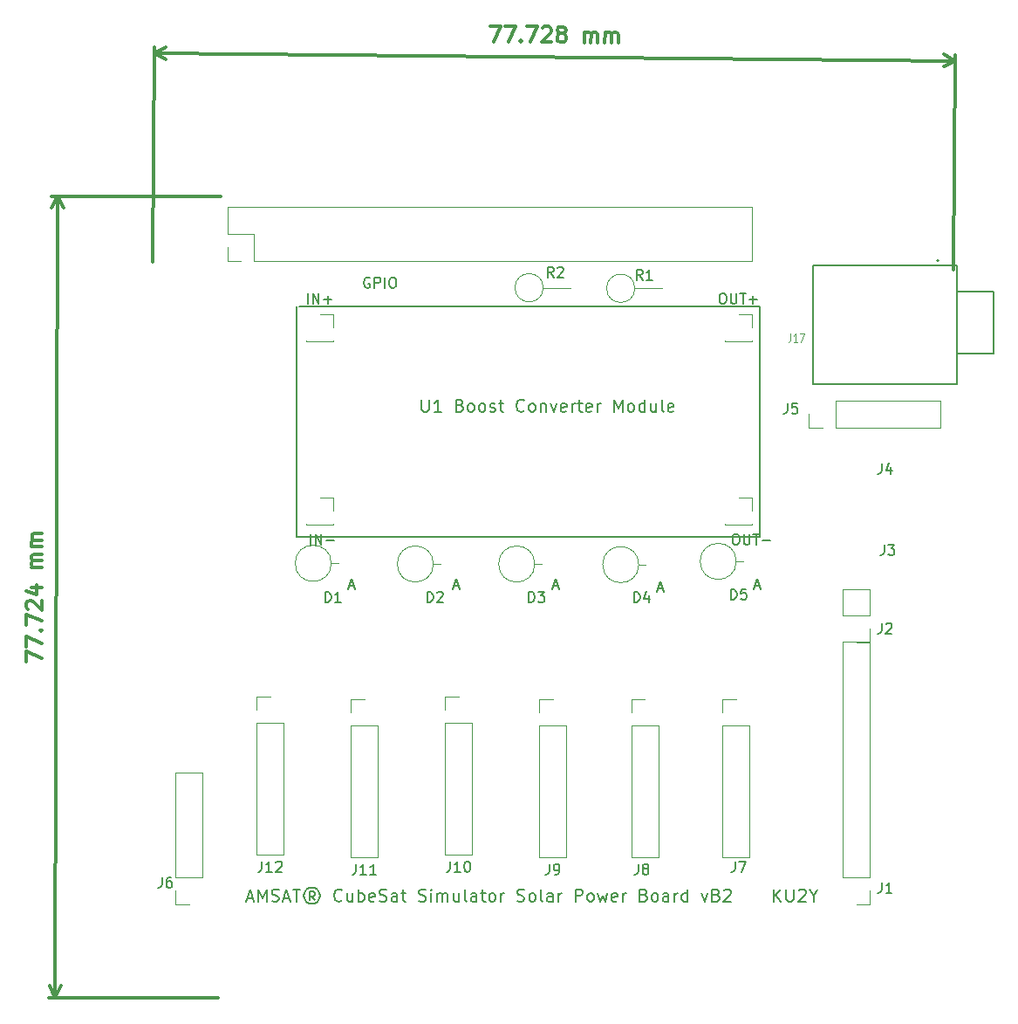
<source format=gto>
G04 #@! TF.GenerationSoftware,KiCad,Pcbnew,(5.0.1)-4*
G04 #@! TF.CreationDate,2019-01-24T22:07:47-05:00*
G04 #@! TF.ProjectId,cubesatsim_solar,6375626573617473696D5F736F6C6172,B1.1*
G04 #@! TF.SameCoordinates,Original*
G04 #@! TF.FileFunction,Legend,Top*
G04 #@! TF.FilePolarity,Positive*
%FSLAX46Y46*%
G04 Gerber Fmt 4.6, Leading zero omitted, Abs format (unit mm)*
G04 Created by KiCad (PCBNEW (5.0.1)-4) date 1/24/2019 10:07:47 PM*
%MOMM*%
%LPD*%
G01*
G04 APERTURE LIST*
%ADD10C,0.300000*%
%ADD11C,0.200000*%
%ADD12C,0.120000*%
%ADD13C,0.127000*%
%ADD14C,0.150000*%
%ADD15C,0.050000*%
G04 APERTURE END LIST*
D10*
X92446272Y-116306621D02*
X92449540Y-115306626D01*
X93947431Y-115954382D01*
X92450940Y-114878057D02*
X92454208Y-113878062D01*
X93952100Y-114525818D01*
X93813211Y-113311072D02*
X93884873Y-113239877D01*
X93956068Y-113311539D01*
X93884406Y-113382734D01*
X93813211Y-113311072D01*
X93956068Y-113311539D01*
X92457943Y-112735211D02*
X92461211Y-111735217D01*
X93959102Y-112382972D01*
X92605701Y-111235686D02*
X92534507Y-111164025D01*
X92463545Y-111020935D01*
X92464712Y-110663794D01*
X92536608Y-110521171D01*
X92608269Y-110449976D01*
X92751359Y-110379015D01*
X92894215Y-110379482D01*
X93108266Y-110451610D01*
X93962604Y-111311549D01*
X93965638Y-110382983D01*
X92969845Y-109094008D02*
X93969840Y-109097276D01*
X92397253Y-109449281D02*
X93467508Y-109809923D01*
X93470543Y-108881357D01*
X93976142Y-107168714D02*
X92976148Y-107165446D01*
X93119004Y-107165913D02*
X93047809Y-107094252D01*
X92976848Y-106951162D01*
X92977548Y-106736877D01*
X93049443Y-106594254D01*
X93192533Y-106523293D01*
X93978243Y-106525861D01*
X93192533Y-106523293D02*
X93049910Y-106451398D01*
X92978949Y-106308308D01*
X92979649Y-106094024D01*
X93051544Y-105951401D01*
X93194634Y-105880439D01*
X93980344Y-105883007D01*
X93982678Y-105168725D02*
X92982684Y-105165457D01*
X93125540Y-105165924D02*
X93054345Y-105094262D01*
X92983384Y-104951173D01*
X92984084Y-104736888D01*
X93055979Y-104594265D01*
X93199069Y-104523304D01*
X93984779Y-104525871D01*
X93199069Y-104523304D02*
X93056446Y-104451409D01*
X92985485Y-104308319D01*
X92986185Y-104094034D01*
X93058080Y-103951411D01*
X93201170Y-103880450D01*
X93986880Y-103883018D01*
X95515227Y-71168488D02*
X95261227Y-148892488D01*
X111278000Y-71220000D02*
X94928810Y-71166571D01*
X111024000Y-148944000D02*
X94674810Y-148890571D01*
X95261227Y-148892488D02*
X94678491Y-147764074D01*
X95261227Y-148892488D02*
X95851326Y-147767907D01*
X95515227Y-71168488D02*
X94925128Y-72293069D01*
X95515227Y-71168488D02*
X96097963Y-72296902D01*
X137478228Y-54669963D02*
X138478180Y-54679766D01*
X137820649Y-56173392D01*
X138906731Y-54683968D02*
X139906683Y-54693771D01*
X139249151Y-56187397D01*
X140464779Y-56056451D02*
X140535504Y-56128576D01*
X140463379Y-56199301D01*
X140392654Y-56127176D01*
X140464779Y-56056451D01*
X140463379Y-56199301D01*
X141049485Y-54704975D02*
X142049437Y-54714778D01*
X141391906Y-56208404D01*
X142548012Y-54862530D02*
X142620138Y-54791806D01*
X142763688Y-54721781D01*
X143120814Y-54725282D01*
X143262964Y-54798108D01*
X143333689Y-54870233D01*
X143403714Y-55013784D01*
X143402313Y-55156634D01*
X143328787Y-55370209D01*
X142463283Y-56218908D01*
X143391809Y-56228011D01*
X144257314Y-55379312D02*
X144115164Y-55306487D01*
X144044439Y-55234361D01*
X143974415Y-55090811D01*
X143975115Y-55019386D01*
X144047940Y-54877236D01*
X144120066Y-54806511D01*
X144263616Y-54736486D01*
X144549317Y-54739287D01*
X144691467Y-54812113D01*
X144762192Y-54884238D01*
X144832216Y-55027789D01*
X144831516Y-55099214D01*
X144758691Y-55241364D01*
X144686565Y-55312089D01*
X144543015Y-55382113D01*
X144257314Y-55379312D01*
X144113764Y-55449337D01*
X144041638Y-55520062D01*
X143968813Y-55662212D01*
X143966012Y-55947913D01*
X144036036Y-56091463D01*
X144106761Y-56163588D01*
X144248911Y-56236414D01*
X144534612Y-56239215D01*
X144678162Y-56169190D01*
X144750288Y-56098465D01*
X144823113Y-55956315D01*
X144825914Y-55670615D01*
X144755890Y-55527064D01*
X144685165Y-55454939D01*
X144543015Y-55382113D01*
X146605941Y-56259522D02*
X146615744Y-55259570D01*
X146614344Y-55402421D02*
X146686469Y-55331696D01*
X146830020Y-55261671D01*
X147044295Y-55263772D01*
X147186445Y-55336597D01*
X147256470Y-55480148D01*
X147248767Y-56265824D01*
X147256470Y-55480148D02*
X147329295Y-55337998D01*
X147472846Y-55267973D01*
X147687121Y-55270074D01*
X147829271Y-55342900D01*
X147899296Y-55486450D01*
X147891593Y-56272127D01*
X148605845Y-56279129D02*
X148615648Y-55279177D01*
X148614248Y-55422027D02*
X148686373Y-55351303D01*
X148829923Y-55281278D01*
X149044199Y-55283379D01*
X149186349Y-55356204D01*
X149256374Y-55499755D01*
X149248671Y-56285431D01*
X149256374Y-55499755D02*
X149329199Y-55357605D01*
X149472750Y-55287580D01*
X149687025Y-55289681D01*
X149829175Y-55362506D01*
X149899200Y-55506057D01*
X149891497Y-56291734D01*
X104873001Y-57271873D02*
X182597001Y-58033873D01*
X104674000Y-77570000D02*
X104878750Y-56685481D01*
X182398000Y-78332000D02*
X182602750Y-57447481D01*
X182597001Y-58033873D02*
X181464802Y-58609222D01*
X182597001Y-58033873D02*
X181476300Y-57436437D01*
X104873001Y-57271873D02*
X105993702Y-57869309D01*
X104873001Y-57271873D02*
X106005200Y-56696524D01*
D11*
X113875428Y-139238000D02*
X114446857Y-139238000D01*
X113761142Y-139580857D02*
X114161142Y-138380857D01*
X114561142Y-139580857D01*
X114961142Y-139580857D02*
X114961142Y-138380857D01*
X115361142Y-139238000D01*
X115761142Y-138380857D01*
X115761142Y-139580857D01*
X116275428Y-139523714D02*
X116446857Y-139580857D01*
X116732571Y-139580857D01*
X116846857Y-139523714D01*
X116904000Y-139466571D01*
X116961142Y-139352285D01*
X116961142Y-139238000D01*
X116904000Y-139123714D01*
X116846857Y-139066571D01*
X116732571Y-139009428D01*
X116504000Y-138952285D01*
X116389714Y-138895142D01*
X116332571Y-138838000D01*
X116275428Y-138723714D01*
X116275428Y-138609428D01*
X116332571Y-138495142D01*
X116389714Y-138438000D01*
X116504000Y-138380857D01*
X116789714Y-138380857D01*
X116961142Y-138438000D01*
X117418285Y-139238000D02*
X117989714Y-139238000D01*
X117304000Y-139580857D02*
X117704000Y-138380857D01*
X118104000Y-139580857D01*
X118332571Y-138380857D02*
X119018285Y-138380857D01*
X118675428Y-139580857D02*
X118675428Y-138380857D01*
X120446857Y-139409428D02*
X120161142Y-139066571D01*
X119932571Y-139409428D02*
X119932571Y-138609428D01*
X120275428Y-138609428D01*
X120389714Y-138666571D01*
X120446857Y-138780857D01*
X120446857Y-138895142D01*
X120389714Y-139009428D01*
X120275428Y-139066571D01*
X119932571Y-139066571D01*
X120161142Y-138209428D02*
X119875428Y-138266571D01*
X119589714Y-138438000D01*
X119418285Y-138723714D01*
X119361142Y-139009428D01*
X119418285Y-139295142D01*
X119589714Y-139580857D01*
X119875428Y-139752285D01*
X120161142Y-139809428D01*
X120446857Y-139752285D01*
X120732571Y-139580857D01*
X120904000Y-139295142D01*
X120961142Y-139009428D01*
X120904000Y-138723714D01*
X120732571Y-138438000D01*
X120446857Y-138266571D01*
X120161142Y-138209428D01*
X123075428Y-139466571D02*
X123018285Y-139523714D01*
X122846857Y-139580857D01*
X122732571Y-139580857D01*
X122561142Y-139523714D01*
X122446857Y-139409428D01*
X122389714Y-139295142D01*
X122332571Y-139066571D01*
X122332571Y-138895142D01*
X122389714Y-138666571D01*
X122446857Y-138552285D01*
X122561142Y-138438000D01*
X122732571Y-138380857D01*
X122846857Y-138380857D01*
X123018285Y-138438000D01*
X123075428Y-138495142D01*
X124104000Y-138780857D02*
X124104000Y-139580857D01*
X123589714Y-138780857D02*
X123589714Y-139409428D01*
X123646857Y-139523714D01*
X123761142Y-139580857D01*
X123932571Y-139580857D01*
X124046857Y-139523714D01*
X124104000Y-139466571D01*
X124675428Y-139580857D02*
X124675428Y-138380857D01*
X124675428Y-138838000D02*
X124789714Y-138780857D01*
X125018285Y-138780857D01*
X125132571Y-138838000D01*
X125189714Y-138895142D01*
X125246857Y-139009428D01*
X125246857Y-139352285D01*
X125189714Y-139466571D01*
X125132571Y-139523714D01*
X125018285Y-139580857D01*
X124789714Y-139580857D01*
X124675428Y-139523714D01*
X126218285Y-139523714D02*
X126104000Y-139580857D01*
X125875428Y-139580857D01*
X125761142Y-139523714D01*
X125704000Y-139409428D01*
X125704000Y-138952285D01*
X125761142Y-138838000D01*
X125875428Y-138780857D01*
X126104000Y-138780857D01*
X126218285Y-138838000D01*
X126275428Y-138952285D01*
X126275428Y-139066571D01*
X125704000Y-139180857D01*
X126732571Y-139523714D02*
X126904000Y-139580857D01*
X127189714Y-139580857D01*
X127304000Y-139523714D01*
X127361142Y-139466571D01*
X127418285Y-139352285D01*
X127418285Y-139238000D01*
X127361142Y-139123714D01*
X127304000Y-139066571D01*
X127189714Y-139009428D01*
X126961142Y-138952285D01*
X126846857Y-138895142D01*
X126789714Y-138838000D01*
X126732571Y-138723714D01*
X126732571Y-138609428D01*
X126789714Y-138495142D01*
X126846857Y-138438000D01*
X126961142Y-138380857D01*
X127246857Y-138380857D01*
X127418285Y-138438000D01*
X128446857Y-139580857D02*
X128446857Y-138952285D01*
X128389714Y-138838000D01*
X128275428Y-138780857D01*
X128046857Y-138780857D01*
X127932571Y-138838000D01*
X128446857Y-139523714D02*
X128332571Y-139580857D01*
X128046857Y-139580857D01*
X127932571Y-139523714D01*
X127875428Y-139409428D01*
X127875428Y-139295142D01*
X127932571Y-139180857D01*
X128046857Y-139123714D01*
X128332571Y-139123714D01*
X128446857Y-139066571D01*
X128846857Y-138780857D02*
X129304000Y-138780857D01*
X129018285Y-138380857D02*
X129018285Y-139409428D01*
X129075428Y-139523714D01*
X129189714Y-139580857D01*
X129304000Y-139580857D01*
X130561142Y-139523714D02*
X130732571Y-139580857D01*
X131018285Y-139580857D01*
X131132571Y-139523714D01*
X131189714Y-139466571D01*
X131246857Y-139352285D01*
X131246857Y-139238000D01*
X131189714Y-139123714D01*
X131132571Y-139066571D01*
X131018285Y-139009428D01*
X130789714Y-138952285D01*
X130675428Y-138895142D01*
X130618285Y-138838000D01*
X130561142Y-138723714D01*
X130561142Y-138609428D01*
X130618285Y-138495142D01*
X130675428Y-138438000D01*
X130789714Y-138380857D01*
X131075428Y-138380857D01*
X131246857Y-138438000D01*
X131761142Y-139580857D02*
X131761142Y-138780857D01*
X131761142Y-138380857D02*
X131704000Y-138438000D01*
X131761142Y-138495142D01*
X131818285Y-138438000D01*
X131761142Y-138380857D01*
X131761142Y-138495142D01*
X132332571Y-139580857D02*
X132332571Y-138780857D01*
X132332571Y-138895142D02*
X132389714Y-138838000D01*
X132504000Y-138780857D01*
X132675428Y-138780857D01*
X132789714Y-138838000D01*
X132846857Y-138952285D01*
X132846857Y-139580857D01*
X132846857Y-138952285D02*
X132904000Y-138838000D01*
X133018285Y-138780857D01*
X133189714Y-138780857D01*
X133304000Y-138838000D01*
X133361142Y-138952285D01*
X133361142Y-139580857D01*
X134446857Y-138780857D02*
X134446857Y-139580857D01*
X133932571Y-138780857D02*
X133932571Y-139409428D01*
X133989714Y-139523714D01*
X134104000Y-139580857D01*
X134275428Y-139580857D01*
X134389714Y-139523714D01*
X134446857Y-139466571D01*
X135189714Y-139580857D02*
X135075428Y-139523714D01*
X135018285Y-139409428D01*
X135018285Y-138380857D01*
X136161142Y-139580857D02*
X136161142Y-138952285D01*
X136104000Y-138838000D01*
X135989714Y-138780857D01*
X135761142Y-138780857D01*
X135646857Y-138838000D01*
X136161142Y-139523714D02*
X136046857Y-139580857D01*
X135761142Y-139580857D01*
X135646857Y-139523714D01*
X135589714Y-139409428D01*
X135589714Y-139295142D01*
X135646857Y-139180857D01*
X135761142Y-139123714D01*
X136046857Y-139123714D01*
X136161142Y-139066571D01*
X136561142Y-138780857D02*
X137018285Y-138780857D01*
X136732571Y-138380857D02*
X136732571Y-139409428D01*
X136789714Y-139523714D01*
X136904000Y-139580857D01*
X137018285Y-139580857D01*
X137589714Y-139580857D02*
X137475428Y-139523714D01*
X137418285Y-139466571D01*
X137361142Y-139352285D01*
X137361142Y-139009428D01*
X137418285Y-138895142D01*
X137475428Y-138838000D01*
X137589714Y-138780857D01*
X137761142Y-138780857D01*
X137875428Y-138838000D01*
X137932571Y-138895142D01*
X137989714Y-139009428D01*
X137989714Y-139352285D01*
X137932571Y-139466571D01*
X137875428Y-139523714D01*
X137761142Y-139580857D01*
X137589714Y-139580857D01*
X138504000Y-139580857D02*
X138504000Y-138780857D01*
X138504000Y-139009428D02*
X138561142Y-138895142D01*
X138618285Y-138838000D01*
X138732571Y-138780857D01*
X138846857Y-138780857D01*
X140104000Y-139523714D02*
X140275428Y-139580857D01*
X140561142Y-139580857D01*
X140675428Y-139523714D01*
X140732571Y-139466571D01*
X140789714Y-139352285D01*
X140789714Y-139238000D01*
X140732571Y-139123714D01*
X140675428Y-139066571D01*
X140561142Y-139009428D01*
X140332571Y-138952285D01*
X140218285Y-138895142D01*
X140161142Y-138838000D01*
X140104000Y-138723714D01*
X140104000Y-138609428D01*
X140161142Y-138495142D01*
X140218285Y-138438000D01*
X140332571Y-138380857D01*
X140618285Y-138380857D01*
X140789714Y-138438000D01*
X141475428Y-139580857D02*
X141361142Y-139523714D01*
X141304000Y-139466571D01*
X141246857Y-139352285D01*
X141246857Y-139009428D01*
X141304000Y-138895142D01*
X141361142Y-138838000D01*
X141475428Y-138780857D01*
X141646857Y-138780857D01*
X141761142Y-138838000D01*
X141818285Y-138895142D01*
X141875428Y-139009428D01*
X141875428Y-139352285D01*
X141818285Y-139466571D01*
X141761142Y-139523714D01*
X141646857Y-139580857D01*
X141475428Y-139580857D01*
X142561142Y-139580857D02*
X142446857Y-139523714D01*
X142389714Y-139409428D01*
X142389714Y-138380857D01*
X143532571Y-139580857D02*
X143532571Y-138952285D01*
X143475428Y-138838000D01*
X143361142Y-138780857D01*
X143132571Y-138780857D01*
X143018285Y-138838000D01*
X143532571Y-139523714D02*
X143418285Y-139580857D01*
X143132571Y-139580857D01*
X143018285Y-139523714D01*
X142961142Y-139409428D01*
X142961142Y-139295142D01*
X143018285Y-139180857D01*
X143132571Y-139123714D01*
X143418285Y-139123714D01*
X143532571Y-139066571D01*
X144104000Y-139580857D02*
X144104000Y-138780857D01*
X144104000Y-139009428D02*
X144161142Y-138895142D01*
X144218285Y-138838000D01*
X144332571Y-138780857D01*
X144446857Y-138780857D01*
X145761142Y-139580857D02*
X145761142Y-138380857D01*
X146218285Y-138380857D01*
X146332571Y-138438000D01*
X146389714Y-138495142D01*
X146446857Y-138609428D01*
X146446857Y-138780857D01*
X146389714Y-138895142D01*
X146332571Y-138952285D01*
X146218285Y-139009428D01*
X145761142Y-139009428D01*
X147132571Y-139580857D02*
X147018285Y-139523714D01*
X146961142Y-139466571D01*
X146904000Y-139352285D01*
X146904000Y-139009428D01*
X146961142Y-138895142D01*
X147018285Y-138838000D01*
X147132571Y-138780857D01*
X147304000Y-138780857D01*
X147418285Y-138838000D01*
X147475428Y-138895142D01*
X147532571Y-139009428D01*
X147532571Y-139352285D01*
X147475428Y-139466571D01*
X147418285Y-139523714D01*
X147304000Y-139580857D01*
X147132571Y-139580857D01*
X147932571Y-138780857D02*
X148161142Y-139580857D01*
X148389714Y-139009428D01*
X148618285Y-139580857D01*
X148846857Y-138780857D01*
X149761142Y-139523714D02*
X149646857Y-139580857D01*
X149418285Y-139580857D01*
X149304000Y-139523714D01*
X149246857Y-139409428D01*
X149246857Y-138952285D01*
X149304000Y-138838000D01*
X149418285Y-138780857D01*
X149646857Y-138780857D01*
X149761142Y-138838000D01*
X149818285Y-138952285D01*
X149818285Y-139066571D01*
X149246857Y-139180857D01*
X150332571Y-139580857D02*
X150332571Y-138780857D01*
X150332571Y-139009428D02*
X150389714Y-138895142D01*
X150446857Y-138838000D01*
X150561142Y-138780857D01*
X150675428Y-138780857D01*
X152389714Y-138952285D02*
X152561142Y-139009428D01*
X152618285Y-139066571D01*
X152675428Y-139180857D01*
X152675428Y-139352285D01*
X152618285Y-139466571D01*
X152561142Y-139523714D01*
X152446857Y-139580857D01*
X151989714Y-139580857D01*
X151989714Y-138380857D01*
X152389714Y-138380857D01*
X152504000Y-138438000D01*
X152561142Y-138495142D01*
X152618285Y-138609428D01*
X152618285Y-138723714D01*
X152561142Y-138838000D01*
X152504000Y-138895142D01*
X152389714Y-138952285D01*
X151989714Y-138952285D01*
X153361142Y-139580857D02*
X153246857Y-139523714D01*
X153189714Y-139466571D01*
X153132571Y-139352285D01*
X153132571Y-139009428D01*
X153189714Y-138895142D01*
X153246857Y-138838000D01*
X153361142Y-138780857D01*
X153532571Y-138780857D01*
X153646857Y-138838000D01*
X153704000Y-138895142D01*
X153761142Y-139009428D01*
X153761142Y-139352285D01*
X153704000Y-139466571D01*
X153646857Y-139523714D01*
X153532571Y-139580857D01*
X153361142Y-139580857D01*
X154789714Y-139580857D02*
X154789714Y-138952285D01*
X154732571Y-138838000D01*
X154618285Y-138780857D01*
X154389714Y-138780857D01*
X154275428Y-138838000D01*
X154789714Y-139523714D02*
X154675428Y-139580857D01*
X154389714Y-139580857D01*
X154275428Y-139523714D01*
X154218285Y-139409428D01*
X154218285Y-139295142D01*
X154275428Y-139180857D01*
X154389714Y-139123714D01*
X154675428Y-139123714D01*
X154789714Y-139066571D01*
X155361142Y-139580857D02*
X155361142Y-138780857D01*
X155361142Y-139009428D02*
X155418285Y-138895142D01*
X155475428Y-138838000D01*
X155589714Y-138780857D01*
X155704000Y-138780857D01*
X156618285Y-139580857D02*
X156618285Y-138380857D01*
X156618285Y-139523714D02*
X156504000Y-139580857D01*
X156275428Y-139580857D01*
X156161142Y-139523714D01*
X156104000Y-139466571D01*
X156046857Y-139352285D01*
X156046857Y-139009428D01*
X156104000Y-138895142D01*
X156161142Y-138838000D01*
X156275428Y-138780857D01*
X156504000Y-138780857D01*
X156618285Y-138838000D01*
X157989714Y-138780857D02*
X158275428Y-139580857D01*
X158561142Y-138780857D01*
X159418285Y-138952285D02*
X159589714Y-139009428D01*
X159646857Y-139066571D01*
X159704000Y-139180857D01*
X159704000Y-139352285D01*
X159646857Y-139466571D01*
X159589714Y-139523714D01*
X159475428Y-139580857D01*
X159018285Y-139580857D01*
X159018285Y-138380857D01*
X159418285Y-138380857D01*
X159532571Y-138438000D01*
X159589714Y-138495142D01*
X159646857Y-138609428D01*
X159646857Y-138723714D01*
X159589714Y-138838000D01*
X159532571Y-138895142D01*
X159418285Y-138952285D01*
X159018285Y-138952285D01*
X160161142Y-138495142D02*
X160218285Y-138438000D01*
X160332571Y-138380857D01*
X160618285Y-138380857D01*
X160732571Y-138438000D01*
X160789714Y-138495142D01*
X160846857Y-138609428D01*
X160846857Y-138723714D01*
X160789714Y-138895142D01*
X160104000Y-139580857D01*
X160846857Y-139580857D01*
X165018285Y-139580857D02*
X165018285Y-138380857D01*
X165704000Y-139580857D02*
X165189714Y-138895142D01*
X165704000Y-138380857D02*
X165018285Y-139066571D01*
X166218285Y-138380857D02*
X166218285Y-139352285D01*
X166275428Y-139466571D01*
X166332571Y-139523714D01*
X166446857Y-139580857D01*
X166675428Y-139580857D01*
X166789714Y-139523714D01*
X166846857Y-139466571D01*
X166904000Y-139352285D01*
X166904000Y-138380857D01*
X167418285Y-138495142D02*
X167475428Y-138438000D01*
X167589714Y-138380857D01*
X167875428Y-138380857D01*
X167989714Y-138438000D01*
X168046857Y-138495142D01*
X168104000Y-138609428D01*
X168104000Y-138723714D01*
X168046857Y-138895142D01*
X167361142Y-139580857D01*
X168104000Y-139580857D01*
X168846857Y-139009428D02*
X168846857Y-139580857D01*
X168446857Y-138380857D02*
X168846857Y-139009428D01*
X169246857Y-138380857D01*
X130828000Y-90882857D02*
X130828000Y-91854285D01*
X130885142Y-91968571D01*
X130942285Y-92025714D01*
X131056571Y-92082857D01*
X131285142Y-92082857D01*
X131399428Y-92025714D01*
X131456571Y-91968571D01*
X131513714Y-91854285D01*
X131513714Y-90882857D01*
X132713714Y-92082857D02*
X132028000Y-92082857D01*
X132370857Y-92082857D02*
X132370857Y-90882857D01*
X132256571Y-91054285D01*
X132142285Y-91168571D01*
X132028000Y-91225714D01*
X134542285Y-91454285D02*
X134713714Y-91511428D01*
X134770857Y-91568571D01*
X134828000Y-91682857D01*
X134828000Y-91854285D01*
X134770857Y-91968571D01*
X134713714Y-92025714D01*
X134599428Y-92082857D01*
X134142285Y-92082857D01*
X134142285Y-90882857D01*
X134542285Y-90882857D01*
X134656571Y-90940000D01*
X134713714Y-90997142D01*
X134770857Y-91111428D01*
X134770857Y-91225714D01*
X134713714Y-91340000D01*
X134656571Y-91397142D01*
X134542285Y-91454285D01*
X134142285Y-91454285D01*
X135513714Y-92082857D02*
X135399428Y-92025714D01*
X135342285Y-91968571D01*
X135285142Y-91854285D01*
X135285142Y-91511428D01*
X135342285Y-91397142D01*
X135399428Y-91340000D01*
X135513714Y-91282857D01*
X135685142Y-91282857D01*
X135799428Y-91340000D01*
X135856571Y-91397142D01*
X135913714Y-91511428D01*
X135913714Y-91854285D01*
X135856571Y-91968571D01*
X135799428Y-92025714D01*
X135685142Y-92082857D01*
X135513714Y-92082857D01*
X136599428Y-92082857D02*
X136485142Y-92025714D01*
X136428000Y-91968571D01*
X136370857Y-91854285D01*
X136370857Y-91511428D01*
X136428000Y-91397142D01*
X136485142Y-91340000D01*
X136599428Y-91282857D01*
X136770857Y-91282857D01*
X136885142Y-91340000D01*
X136942285Y-91397142D01*
X136999428Y-91511428D01*
X136999428Y-91854285D01*
X136942285Y-91968571D01*
X136885142Y-92025714D01*
X136770857Y-92082857D01*
X136599428Y-92082857D01*
X137456571Y-92025714D02*
X137570857Y-92082857D01*
X137799428Y-92082857D01*
X137913714Y-92025714D01*
X137970857Y-91911428D01*
X137970857Y-91854285D01*
X137913714Y-91740000D01*
X137799428Y-91682857D01*
X137628000Y-91682857D01*
X137513714Y-91625714D01*
X137456571Y-91511428D01*
X137456571Y-91454285D01*
X137513714Y-91340000D01*
X137628000Y-91282857D01*
X137799428Y-91282857D01*
X137913714Y-91340000D01*
X138313714Y-91282857D02*
X138770857Y-91282857D01*
X138485142Y-90882857D02*
X138485142Y-91911428D01*
X138542285Y-92025714D01*
X138656571Y-92082857D01*
X138770857Y-92082857D01*
X140770857Y-91968571D02*
X140713714Y-92025714D01*
X140542285Y-92082857D01*
X140428000Y-92082857D01*
X140256571Y-92025714D01*
X140142285Y-91911428D01*
X140085142Y-91797142D01*
X140028000Y-91568571D01*
X140028000Y-91397142D01*
X140085142Y-91168571D01*
X140142285Y-91054285D01*
X140256571Y-90940000D01*
X140428000Y-90882857D01*
X140542285Y-90882857D01*
X140713714Y-90940000D01*
X140770857Y-90997142D01*
X141456571Y-92082857D02*
X141342285Y-92025714D01*
X141285142Y-91968571D01*
X141228000Y-91854285D01*
X141228000Y-91511428D01*
X141285142Y-91397142D01*
X141342285Y-91340000D01*
X141456571Y-91282857D01*
X141628000Y-91282857D01*
X141742285Y-91340000D01*
X141799428Y-91397142D01*
X141856571Y-91511428D01*
X141856571Y-91854285D01*
X141799428Y-91968571D01*
X141742285Y-92025714D01*
X141628000Y-92082857D01*
X141456571Y-92082857D01*
X142370857Y-91282857D02*
X142370857Y-92082857D01*
X142370857Y-91397142D02*
X142428000Y-91340000D01*
X142542285Y-91282857D01*
X142713714Y-91282857D01*
X142828000Y-91340000D01*
X142885142Y-91454285D01*
X142885142Y-92082857D01*
X143342285Y-91282857D02*
X143628000Y-92082857D01*
X143913714Y-91282857D01*
X144828000Y-92025714D02*
X144713714Y-92082857D01*
X144485142Y-92082857D01*
X144370857Y-92025714D01*
X144313714Y-91911428D01*
X144313714Y-91454285D01*
X144370857Y-91340000D01*
X144485142Y-91282857D01*
X144713714Y-91282857D01*
X144828000Y-91340000D01*
X144885142Y-91454285D01*
X144885142Y-91568571D01*
X144313714Y-91682857D01*
X145399428Y-92082857D02*
X145399428Y-91282857D01*
X145399428Y-91511428D02*
X145456571Y-91397142D01*
X145513714Y-91340000D01*
X145628000Y-91282857D01*
X145742285Y-91282857D01*
X145970857Y-91282857D02*
X146428000Y-91282857D01*
X146142285Y-90882857D02*
X146142285Y-91911428D01*
X146199428Y-92025714D01*
X146313714Y-92082857D01*
X146428000Y-92082857D01*
X147285142Y-92025714D02*
X147170857Y-92082857D01*
X146942285Y-92082857D01*
X146828000Y-92025714D01*
X146770857Y-91911428D01*
X146770857Y-91454285D01*
X146828000Y-91340000D01*
X146942285Y-91282857D01*
X147170857Y-91282857D01*
X147285142Y-91340000D01*
X147342285Y-91454285D01*
X147342285Y-91568571D01*
X146770857Y-91682857D01*
X147856571Y-92082857D02*
X147856571Y-91282857D01*
X147856571Y-91511428D02*
X147913714Y-91397142D01*
X147970857Y-91340000D01*
X148085142Y-91282857D01*
X148199428Y-91282857D01*
X149513714Y-92082857D02*
X149513714Y-90882857D01*
X149913714Y-91740000D01*
X150313714Y-90882857D01*
X150313714Y-92082857D01*
X151056571Y-92082857D02*
X150942285Y-92025714D01*
X150885142Y-91968571D01*
X150828000Y-91854285D01*
X150828000Y-91511428D01*
X150885142Y-91397142D01*
X150942285Y-91340000D01*
X151056571Y-91282857D01*
X151228000Y-91282857D01*
X151342285Y-91340000D01*
X151399428Y-91397142D01*
X151456571Y-91511428D01*
X151456571Y-91854285D01*
X151399428Y-91968571D01*
X151342285Y-92025714D01*
X151228000Y-92082857D01*
X151056571Y-92082857D01*
X152485142Y-92082857D02*
X152485142Y-90882857D01*
X152485142Y-92025714D02*
X152370857Y-92082857D01*
X152142285Y-92082857D01*
X152028000Y-92025714D01*
X151970857Y-91968571D01*
X151913714Y-91854285D01*
X151913714Y-91511428D01*
X151970857Y-91397142D01*
X152028000Y-91340000D01*
X152142285Y-91282857D01*
X152370857Y-91282857D01*
X152485142Y-91340000D01*
X153570857Y-91282857D02*
X153570857Y-92082857D01*
X153056571Y-91282857D02*
X153056571Y-91911428D01*
X153113714Y-92025714D01*
X153228000Y-92082857D01*
X153399428Y-92082857D01*
X153513714Y-92025714D01*
X153570857Y-91968571D01*
X154313714Y-92082857D02*
X154199428Y-92025714D01*
X154142285Y-91911428D01*
X154142285Y-90882857D01*
X155228000Y-92025714D02*
X155113714Y-92082857D01*
X154885142Y-92082857D01*
X154770857Y-92025714D01*
X154713714Y-91911428D01*
X154713714Y-91454285D01*
X154770857Y-91340000D01*
X154885142Y-91282857D01*
X155113714Y-91282857D01*
X155228000Y-91340000D01*
X155285142Y-91454285D01*
X155285142Y-91568571D01*
X154713714Y-91682857D01*
X118644000Y-104240000D02*
X118644000Y-81888000D01*
X163602000Y-104240000D02*
X118644000Y-104240000D01*
X163602000Y-81888000D02*
X163602000Y-104240000D01*
X118898000Y-81888000D02*
X163602000Y-81888000D01*
D12*
G04 #@! TO.C,GPIO*
X162880000Y-77420000D02*
X162880000Y-72220000D01*
X114560000Y-77420000D02*
X162880000Y-77420000D01*
X111960000Y-72220000D02*
X162880000Y-72220000D01*
X114560000Y-77420000D02*
X114560000Y-74820000D01*
X114560000Y-74820000D02*
X111960000Y-74820000D01*
X111960000Y-74820000D02*
X111960000Y-72220000D01*
X113290000Y-77420000D02*
X111960000Y-77420000D01*
X111960000Y-77420000D02*
X111960000Y-76090000D01*
D13*
G04 #@! TO.C,J17*
X182794000Y-89416000D02*
X168794000Y-89416000D01*
X168794000Y-89416000D02*
X168794000Y-77916000D01*
X168794000Y-77916000D02*
X182794000Y-77916000D01*
X182794000Y-77916000D02*
X182794000Y-80416000D01*
X182794000Y-80416000D02*
X182794000Y-86416000D01*
X182794000Y-86416000D02*
X182794000Y-89416000D01*
D11*
X180994000Y-77416000D02*
G75*
G03X180994000Y-77416000I-100000J0D01*
G01*
D13*
X182794000Y-86416000D02*
X186294000Y-86416000D01*
X186294000Y-86416000D02*
X186294000Y-80416000D01*
X186294000Y-80416000D02*
X182794000Y-80416000D01*
D12*
G04 #@! TO.C,IN+*
X120930000Y-82590000D02*
X122260000Y-82590000D01*
X122260000Y-82590000D02*
X122260000Y-83920000D01*
X122260000Y-85130000D02*
X122260000Y-85250000D01*
X119600000Y-85130000D02*
X119600000Y-85250000D01*
X119600000Y-85250000D02*
X122260000Y-85250000D01*
G04 #@! TO.C,IN-*
X119600000Y-103030000D02*
X122260000Y-103030000D01*
X119600000Y-102910000D02*
X119600000Y-103030000D01*
X122260000Y-102910000D02*
X122260000Y-103030000D01*
X122260000Y-100370000D02*
X122260000Y-101700000D01*
X120930000Y-100370000D02*
X122260000Y-100370000D01*
G04 #@! TO.C,OUT+*
X161570000Y-82590000D02*
X162900000Y-82590000D01*
X162900000Y-82590000D02*
X162900000Y-83920000D01*
X162900000Y-85130000D02*
X162900000Y-85250000D01*
X160240000Y-85130000D02*
X160240000Y-85250000D01*
X160240000Y-85250000D02*
X162900000Y-85250000D01*
G04 #@! TO.C,OUT-*
X160240000Y-103030000D02*
X162900000Y-103030000D01*
X160240000Y-102910000D02*
X160240000Y-103030000D01*
X162900000Y-102910000D02*
X162900000Y-103030000D01*
X162900000Y-100370000D02*
X162900000Y-101700000D01*
X161570000Y-100370000D02*
X162900000Y-100370000D01*
G04 #@! TO.C,J11*
X123918000Y-135288000D02*
X126578000Y-135288000D01*
X123918000Y-122528000D02*
X123918000Y-135288000D01*
X126578000Y-122528000D02*
X126578000Y-135288000D01*
X123918000Y-122528000D02*
X126578000Y-122528000D01*
X123918000Y-121258000D02*
X123918000Y-119928000D01*
X123918000Y-119928000D02*
X125248000Y-119928000D01*
G04 #@! TO.C,J6*
X109560000Y-137260000D02*
X106900000Y-137260000D01*
X109560000Y-137260000D02*
X109560000Y-127040000D01*
X109560000Y-127040000D02*
X106900000Y-127040000D01*
X106900000Y-137260000D02*
X106900000Y-127040000D01*
X106900000Y-139860000D02*
X106900000Y-138530000D01*
X108230000Y-139860000D02*
X106900000Y-139860000D01*
G04 #@! TO.C,R1*
X151510000Y-80110000D02*
X154120000Y-80110000D01*
X151510000Y-80110000D02*
G75*
G03X151510000Y-80110000I-1370000J0D01*
G01*
G04 #@! TO.C,R2*
X142620000Y-80046500D02*
G75*
G03X142620000Y-80046500I-1370000J0D01*
G01*
X142620000Y-80046500D02*
X145230000Y-80046500D01*
G04 #@! TO.C,J2*
X174330000Y-109260000D02*
X171670000Y-109260000D01*
X174330000Y-111860000D02*
X174330000Y-109260000D01*
X171670000Y-111860000D02*
X171670000Y-109260000D01*
X174330000Y-111860000D02*
X171670000Y-111860000D01*
X174330000Y-113130000D02*
X174330000Y-114460000D01*
X174330000Y-114460000D02*
X173000000Y-114460000D01*
G04 #@! TO.C,J10*
X133062000Y-135034000D02*
X135722000Y-135034000D01*
X133062000Y-122274000D02*
X133062000Y-135034000D01*
X135722000Y-122274000D02*
X135722000Y-135034000D01*
X133062000Y-122274000D02*
X135722000Y-122274000D01*
X133062000Y-121004000D02*
X133062000Y-119674000D01*
X133062000Y-119674000D02*
X134392000Y-119674000D01*
G04 #@! TO.C,J12*
X114774000Y-119674000D02*
X116104000Y-119674000D01*
X114774000Y-121004000D02*
X114774000Y-119674000D01*
X114774000Y-122274000D02*
X117434000Y-122274000D01*
X117434000Y-122274000D02*
X117434000Y-135034000D01*
X114774000Y-122274000D02*
X114774000Y-135034000D01*
X114774000Y-135034000D02*
X117434000Y-135034000D01*
G04 #@! TO.C,J8*
X151159500Y-135288000D02*
X153819500Y-135288000D01*
X151159500Y-122528000D02*
X151159500Y-135288000D01*
X153819500Y-122528000D02*
X153819500Y-135288000D01*
X151159500Y-122528000D02*
X153819500Y-122528000D01*
X151159500Y-121258000D02*
X151159500Y-119928000D01*
X151159500Y-119928000D02*
X152489500Y-119928000D01*
G04 #@! TO.C,J7*
X159986000Y-119928000D02*
X161316000Y-119928000D01*
X159986000Y-121258000D02*
X159986000Y-119928000D01*
X159986000Y-122528000D02*
X162646000Y-122528000D01*
X162646000Y-122528000D02*
X162646000Y-135288000D01*
X159986000Y-122528000D02*
X159986000Y-135288000D01*
X159986000Y-135288000D02*
X162646000Y-135288000D01*
G04 #@! TO.C,J9*
X142206000Y-135288000D02*
X144866000Y-135288000D01*
X142206000Y-122528000D02*
X142206000Y-135288000D01*
X144866000Y-122528000D02*
X144866000Y-135288000D01*
X142206000Y-122528000D02*
X144866000Y-122528000D01*
X142206000Y-121258000D02*
X142206000Y-119928000D01*
X142206000Y-119928000D02*
X143536000Y-119928000D01*
G04 #@! TO.C,J1*
X174330000Y-114340000D02*
X171670000Y-114340000D01*
X174330000Y-137260000D02*
X174330000Y-114340000D01*
X171670000Y-137260000D02*
X171670000Y-114340000D01*
X174330000Y-137260000D02*
X171670000Y-137260000D01*
X174330000Y-138530000D02*
X174330000Y-139860000D01*
X174330000Y-139860000D02*
X173000000Y-139860000D01*
G04 #@! TO.C,D4*
X151890635Y-106907000D02*
X152550000Y-106907000D01*
X151890635Y-106907000D02*
G75*
G03X151890635Y-106907000I-1750635J0D01*
G01*
G04 #@! TO.C,D3*
X141794135Y-106843500D02*
G75*
G03X141794135Y-106843500I-1750635J0D01*
G01*
X141794135Y-106843500D02*
X142453500Y-106843500D01*
G04 #@! TO.C,D5*
X161352135Y-106589500D02*
X162011500Y-106589500D01*
X161352135Y-106589500D02*
G75*
G03X161352135Y-106589500I-1750635J0D01*
G01*
G04 #@! TO.C,D2*
X131951635Y-106843500D02*
G75*
G03X131951635Y-106843500I-1750635J0D01*
G01*
X131951635Y-106843500D02*
X132611000Y-106843500D01*
G04 #@! TO.C,J5*
X181188000Y-93632000D02*
X181188000Y-90972000D01*
X170968000Y-93632000D02*
X181188000Y-93632000D01*
X170968000Y-90972000D02*
X181188000Y-90972000D01*
X170968000Y-93632000D02*
X170968000Y-90972000D01*
X169698000Y-93632000D02*
X168368000Y-93632000D01*
X168368000Y-93632000D02*
X168368000Y-92302000D01*
G04 #@! TO.C,D1*
X122045635Y-106780000D02*
G75*
G03X122045635Y-106780000I-1750635J0D01*
G01*
X122045635Y-106780000D02*
X122705000Y-106780000D01*
G04 #@! TO.C,J4*
D14*
X175460666Y-97088380D02*
X175460666Y-97802666D01*
X175413047Y-97945523D01*
X175317809Y-98040761D01*
X175174952Y-98088380D01*
X175079714Y-98088380D01*
X176365428Y-97421714D02*
X176365428Y-98088380D01*
X176127333Y-97040761D02*
X175889238Y-97755047D01*
X176508285Y-97755047D01*
G04 #@! TO.C,J3*
X175714666Y-104962380D02*
X175714666Y-105676666D01*
X175667047Y-105819523D01*
X175571809Y-105914761D01*
X175428952Y-105962380D01*
X175333714Y-105962380D01*
X176095619Y-104962380D02*
X176714666Y-104962380D01*
X176381333Y-105343333D01*
X176524190Y-105343333D01*
X176619428Y-105390952D01*
X176667047Y-105438571D01*
X176714666Y-105533809D01*
X176714666Y-105771904D01*
X176667047Y-105867142D01*
X176619428Y-105914761D01*
X176524190Y-105962380D01*
X176238476Y-105962380D01*
X176143238Y-105914761D01*
X176095619Y-105867142D01*
G04 #@! TO.C,GPIO*
X125772000Y-79102000D02*
X125676761Y-79054380D01*
X125533904Y-79054380D01*
X125391047Y-79102000D01*
X125295809Y-79197238D01*
X125248190Y-79292476D01*
X125200571Y-79482952D01*
X125200571Y-79625809D01*
X125248190Y-79816285D01*
X125295809Y-79911523D01*
X125391047Y-80006761D01*
X125533904Y-80054380D01*
X125629142Y-80054380D01*
X125772000Y-80006761D01*
X125819619Y-79959142D01*
X125819619Y-79625809D01*
X125629142Y-79625809D01*
X126248190Y-80054380D02*
X126248190Y-79054380D01*
X126629142Y-79054380D01*
X126724380Y-79102000D01*
X126772000Y-79149619D01*
X126819619Y-79244857D01*
X126819619Y-79387714D01*
X126772000Y-79482952D01*
X126724380Y-79530571D01*
X126629142Y-79578190D01*
X126248190Y-79578190D01*
X127248190Y-80054380D02*
X127248190Y-79054380D01*
X127914857Y-79054380D02*
X128105333Y-79054380D01*
X128200571Y-79102000D01*
X128295809Y-79197238D01*
X128343428Y-79387714D01*
X128343428Y-79721047D01*
X128295809Y-79911523D01*
X128200571Y-80006761D01*
X128105333Y-80054380D01*
X127914857Y-80054380D01*
X127819619Y-80006761D01*
X127724380Y-79911523D01*
X127676761Y-79721047D01*
X127676761Y-79387714D01*
X127724380Y-79197238D01*
X127819619Y-79102000D01*
X127914857Y-79054380D01*
G04 #@! TO.C,J17*
D15*
X166639658Y-84497904D02*
X166639658Y-85069333D01*
X166609168Y-85183619D01*
X166548186Y-85259809D01*
X166456714Y-85297904D01*
X166395733Y-85297904D01*
X167279962Y-85297904D02*
X166914074Y-85297904D01*
X167097018Y-85297904D02*
X167097018Y-84497904D01*
X167036037Y-84612190D01*
X166975056Y-84688380D01*
X166914074Y-84726476D01*
X167493397Y-84497904D02*
X167920266Y-84497904D01*
X167645850Y-85297904D01*
G04 #@! TO.C,IN+*
D14*
X119787142Y-81602380D02*
X119787142Y-80602380D01*
X120263333Y-81602380D02*
X120263333Y-80602380D01*
X120834761Y-81602380D01*
X120834761Y-80602380D01*
X121310952Y-81221428D02*
X122072857Y-81221428D01*
X121691904Y-81602380D02*
X121691904Y-80840476D01*
G04 #@! TO.C,IN-*
X120041142Y-104946380D02*
X120041142Y-103946380D01*
X120517333Y-104946380D02*
X120517333Y-103946380D01*
X121088761Y-104946380D01*
X121088761Y-103946380D01*
X121564952Y-104565428D02*
X122326857Y-104565428D01*
G04 #@! TO.C,OUT+*
X159950952Y-80602380D02*
X160141428Y-80602380D01*
X160236666Y-80650000D01*
X160331904Y-80745238D01*
X160379523Y-80935714D01*
X160379523Y-81269047D01*
X160331904Y-81459523D01*
X160236666Y-81554761D01*
X160141428Y-81602380D01*
X159950952Y-81602380D01*
X159855714Y-81554761D01*
X159760476Y-81459523D01*
X159712857Y-81269047D01*
X159712857Y-80935714D01*
X159760476Y-80745238D01*
X159855714Y-80650000D01*
X159950952Y-80602380D01*
X160808095Y-80602380D02*
X160808095Y-81411904D01*
X160855714Y-81507142D01*
X160903333Y-81554761D01*
X160998571Y-81602380D01*
X161189047Y-81602380D01*
X161284285Y-81554761D01*
X161331904Y-81507142D01*
X161379523Y-81411904D01*
X161379523Y-80602380D01*
X161712857Y-80602380D02*
X162284285Y-80602380D01*
X161998571Y-81602380D02*
X161998571Y-80602380D01*
X162617619Y-81221428D02*
X163379523Y-81221428D01*
X162998571Y-81602380D02*
X162998571Y-80840476D01*
G04 #@! TO.C,OUT-*
X161220952Y-103946380D02*
X161411428Y-103946380D01*
X161506666Y-103994000D01*
X161601904Y-104089238D01*
X161649523Y-104279714D01*
X161649523Y-104613047D01*
X161601904Y-104803523D01*
X161506666Y-104898761D01*
X161411428Y-104946380D01*
X161220952Y-104946380D01*
X161125714Y-104898761D01*
X161030476Y-104803523D01*
X160982857Y-104613047D01*
X160982857Y-104279714D01*
X161030476Y-104089238D01*
X161125714Y-103994000D01*
X161220952Y-103946380D01*
X162078095Y-103946380D02*
X162078095Y-104755904D01*
X162125714Y-104851142D01*
X162173333Y-104898761D01*
X162268571Y-104946380D01*
X162459047Y-104946380D01*
X162554285Y-104898761D01*
X162601904Y-104851142D01*
X162649523Y-104755904D01*
X162649523Y-103946380D01*
X162982857Y-103946380D02*
X163554285Y-103946380D01*
X163268571Y-104946380D02*
X163268571Y-103946380D01*
X163887619Y-104565428D02*
X164649523Y-104565428D01*
G04 #@! TO.C,J11*
X124438476Y-135950380D02*
X124438476Y-136664666D01*
X124390857Y-136807523D01*
X124295619Y-136902761D01*
X124152761Y-136950380D01*
X124057523Y-136950380D01*
X125438476Y-136950380D02*
X124867047Y-136950380D01*
X125152761Y-136950380D02*
X125152761Y-135950380D01*
X125057523Y-136093238D01*
X124962285Y-136188476D01*
X124867047Y-136236095D01*
X126390857Y-136950380D02*
X125819428Y-136950380D01*
X126105142Y-136950380D02*
X126105142Y-135950380D01*
X126009904Y-136093238D01*
X125914666Y-136188476D01*
X125819428Y-136236095D01*
G04 #@! TO.C,J6*
X105610666Y-137220380D02*
X105610666Y-137934666D01*
X105563047Y-138077523D01*
X105467809Y-138172761D01*
X105324952Y-138220380D01*
X105229714Y-138220380D01*
X106515428Y-137220380D02*
X106324952Y-137220380D01*
X106229714Y-137268000D01*
X106182095Y-137315619D01*
X106086857Y-137458476D01*
X106039238Y-137648952D01*
X106039238Y-138029904D01*
X106086857Y-138125142D01*
X106134476Y-138172761D01*
X106229714Y-138220380D01*
X106420190Y-138220380D01*
X106515428Y-138172761D01*
X106563047Y-138125142D01*
X106610666Y-138029904D01*
X106610666Y-137791809D01*
X106563047Y-137696571D01*
X106515428Y-137648952D01*
X106420190Y-137601333D01*
X106229714Y-137601333D01*
X106134476Y-137648952D01*
X106086857Y-137696571D01*
X106039238Y-137791809D01*
G04 #@! TO.C,R1*
X152259333Y-79292380D02*
X151926000Y-78816190D01*
X151687904Y-79292380D02*
X151687904Y-78292380D01*
X152068857Y-78292380D01*
X152164095Y-78340000D01*
X152211714Y-78387619D01*
X152259333Y-78482857D01*
X152259333Y-78625714D01*
X152211714Y-78720952D01*
X152164095Y-78768571D01*
X152068857Y-78816190D01*
X151687904Y-78816190D01*
X153211714Y-79292380D02*
X152640285Y-79292380D01*
X152926000Y-79292380D02*
X152926000Y-78292380D01*
X152830761Y-78435238D01*
X152735523Y-78530476D01*
X152640285Y-78578095D01*
G04 #@! TO.C,R2*
X143623333Y-79038380D02*
X143290000Y-78562190D01*
X143051904Y-79038380D02*
X143051904Y-78038380D01*
X143432857Y-78038380D01*
X143528095Y-78086000D01*
X143575714Y-78133619D01*
X143623333Y-78228857D01*
X143623333Y-78371714D01*
X143575714Y-78466952D01*
X143528095Y-78514571D01*
X143432857Y-78562190D01*
X143051904Y-78562190D01*
X144004285Y-78133619D02*
X144051904Y-78086000D01*
X144147142Y-78038380D01*
X144385238Y-78038380D01*
X144480476Y-78086000D01*
X144528095Y-78133619D01*
X144575714Y-78228857D01*
X144575714Y-78324095D01*
X144528095Y-78466952D01*
X143956666Y-79038380D01*
X144575714Y-79038380D01*
G04 #@! TO.C,J2*
X175460666Y-112582380D02*
X175460666Y-113296666D01*
X175413047Y-113439523D01*
X175317809Y-113534761D01*
X175174952Y-113582380D01*
X175079714Y-113582380D01*
X175889238Y-112677619D02*
X175936857Y-112630000D01*
X176032095Y-112582380D01*
X176270190Y-112582380D01*
X176365428Y-112630000D01*
X176413047Y-112677619D01*
X176460666Y-112772857D01*
X176460666Y-112868095D01*
X176413047Y-113010952D01*
X175841619Y-113582380D01*
X176460666Y-113582380D01*
G04 #@! TO.C,J10*
X133582476Y-135696380D02*
X133582476Y-136410666D01*
X133534857Y-136553523D01*
X133439619Y-136648761D01*
X133296761Y-136696380D01*
X133201523Y-136696380D01*
X134582476Y-136696380D02*
X134011047Y-136696380D01*
X134296761Y-136696380D02*
X134296761Y-135696380D01*
X134201523Y-135839238D01*
X134106285Y-135934476D01*
X134011047Y-135982095D01*
X135201523Y-135696380D02*
X135296761Y-135696380D01*
X135392000Y-135744000D01*
X135439619Y-135791619D01*
X135487238Y-135886857D01*
X135534857Y-136077333D01*
X135534857Y-136315428D01*
X135487238Y-136505904D01*
X135439619Y-136601142D01*
X135392000Y-136648761D01*
X135296761Y-136696380D01*
X135201523Y-136696380D01*
X135106285Y-136648761D01*
X135058666Y-136601142D01*
X135011047Y-136505904D01*
X134963428Y-136315428D01*
X134963428Y-136077333D01*
X135011047Y-135886857D01*
X135058666Y-135791619D01*
X135106285Y-135744000D01*
X135201523Y-135696380D01*
G04 #@! TO.C,J12*
X115294476Y-135696380D02*
X115294476Y-136410666D01*
X115246857Y-136553523D01*
X115151619Y-136648761D01*
X115008761Y-136696380D01*
X114913523Y-136696380D01*
X116294476Y-136696380D02*
X115723047Y-136696380D01*
X116008761Y-136696380D02*
X116008761Y-135696380D01*
X115913523Y-135839238D01*
X115818285Y-135934476D01*
X115723047Y-135982095D01*
X116675428Y-135791619D02*
X116723047Y-135744000D01*
X116818285Y-135696380D01*
X117056380Y-135696380D01*
X117151619Y-135744000D01*
X117199238Y-135791619D01*
X117246857Y-135886857D01*
X117246857Y-135982095D01*
X117199238Y-136124952D01*
X116627809Y-136696380D01*
X117246857Y-136696380D01*
G04 #@! TO.C,J8*
X151838666Y-135950380D02*
X151838666Y-136664666D01*
X151791047Y-136807523D01*
X151695809Y-136902761D01*
X151552952Y-136950380D01*
X151457714Y-136950380D01*
X152457714Y-136378952D02*
X152362476Y-136331333D01*
X152314857Y-136283714D01*
X152267238Y-136188476D01*
X152267238Y-136140857D01*
X152314857Y-136045619D01*
X152362476Y-135998000D01*
X152457714Y-135950380D01*
X152648190Y-135950380D01*
X152743428Y-135998000D01*
X152791047Y-136045619D01*
X152838666Y-136140857D01*
X152838666Y-136188476D01*
X152791047Y-136283714D01*
X152743428Y-136331333D01*
X152648190Y-136378952D01*
X152457714Y-136378952D01*
X152362476Y-136426571D01*
X152314857Y-136474190D01*
X152267238Y-136569428D01*
X152267238Y-136759904D01*
X152314857Y-136855142D01*
X152362476Y-136902761D01*
X152457714Y-136950380D01*
X152648190Y-136950380D01*
X152743428Y-136902761D01*
X152791047Y-136855142D01*
X152838666Y-136759904D01*
X152838666Y-136569428D01*
X152791047Y-136474190D01*
X152743428Y-136426571D01*
X152648190Y-136378952D01*
G04 #@! TO.C,J7*
X161236666Y-135696380D02*
X161236666Y-136410666D01*
X161189047Y-136553523D01*
X161093809Y-136648761D01*
X160950952Y-136696380D01*
X160855714Y-136696380D01*
X161617619Y-135696380D02*
X162284285Y-135696380D01*
X161855714Y-136696380D01*
G04 #@! TO.C,J9*
X143202666Y-135950380D02*
X143202666Y-136664666D01*
X143155047Y-136807523D01*
X143059809Y-136902761D01*
X142916952Y-136950380D01*
X142821714Y-136950380D01*
X143726476Y-136950380D02*
X143916952Y-136950380D01*
X144012190Y-136902761D01*
X144059809Y-136855142D01*
X144155047Y-136712285D01*
X144202666Y-136521809D01*
X144202666Y-136140857D01*
X144155047Y-136045619D01*
X144107428Y-135998000D01*
X144012190Y-135950380D01*
X143821714Y-135950380D01*
X143726476Y-135998000D01*
X143678857Y-136045619D01*
X143631238Y-136140857D01*
X143631238Y-136378952D01*
X143678857Y-136474190D01*
X143726476Y-136521809D01*
X143821714Y-136569428D01*
X144012190Y-136569428D01*
X144107428Y-136521809D01*
X144155047Y-136474190D01*
X144202666Y-136378952D01*
G04 #@! TO.C,J1*
X175460666Y-137728380D02*
X175460666Y-138442666D01*
X175413047Y-138585523D01*
X175317809Y-138680761D01*
X175174952Y-138728380D01*
X175079714Y-138728380D01*
X176460666Y-138728380D02*
X175889238Y-138728380D01*
X176174952Y-138728380D02*
X176174952Y-137728380D01*
X176079714Y-137871238D01*
X175984476Y-137966476D01*
X175889238Y-138014095D01*
G04 #@! TO.C,D4*
X151433904Y-110534380D02*
X151433904Y-109534380D01*
X151672000Y-109534380D01*
X151814857Y-109582000D01*
X151910095Y-109677238D01*
X151957714Y-109772476D01*
X152005333Y-109962952D01*
X152005333Y-110105809D01*
X151957714Y-110296285D01*
X151910095Y-110391523D01*
X151814857Y-110486761D01*
X151672000Y-110534380D01*
X151433904Y-110534380D01*
X152862476Y-109867714D02*
X152862476Y-110534380D01*
X152624380Y-109486761D02*
X152386285Y-110201047D01*
X153005333Y-110201047D01*
X153711904Y-109232666D02*
X154188095Y-109232666D01*
X153616666Y-109518380D02*
X153950000Y-108518380D01*
X154283333Y-109518380D01*
G04 #@! TO.C,D3*
X141210404Y-110534380D02*
X141210404Y-109534380D01*
X141448500Y-109534380D01*
X141591357Y-109582000D01*
X141686595Y-109677238D01*
X141734214Y-109772476D01*
X141781833Y-109962952D01*
X141781833Y-110105809D01*
X141734214Y-110296285D01*
X141686595Y-110391523D01*
X141591357Y-110486761D01*
X141448500Y-110534380D01*
X141210404Y-110534380D01*
X142115166Y-109534380D02*
X142734214Y-109534380D01*
X142400880Y-109915333D01*
X142543738Y-109915333D01*
X142638976Y-109962952D01*
X142686595Y-110010571D01*
X142734214Y-110105809D01*
X142734214Y-110343904D01*
X142686595Y-110439142D01*
X142638976Y-110486761D01*
X142543738Y-110534380D01*
X142258023Y-110534380D01*
X142162785Y-110486761D01*
X142115166Y-110439142D01*
X143551904Y-108978666D02*
X144028095Y-108978666D01*
X143456666Y-109264380D02*
X143790000Y-108264380D01*
X144123333Y-109264380D01*
G04 #@! TO.C,D5*
X160831904Y-110280380D02*
X160831904Y-109280380D01*
X161070000Y-109280380D01*
X161212857Y-109328000D01*
X161308095Y-109423238D01*
X161355714Y-109518476D01*
X161403333Y-109708952D01*
X161403333Y-109851809D01*
X161355714Y-110042285D01*
X161308095Y-110137523D01*
X161212857Y-110232761D01*
X161070000Y-110280380D01*
X160831904Y-110280380D01*
X162308095Y-109280380D02*
X161831904Y-109280380D01*
X161784285Y-109756571D01*
X161831904Y-109708952D01*
X161927142Y-109661333D01*
X162165238Y-109661333D01*
X162260476Y-109708952D01*
X162308095Y-109756571D01*
X162355714Y-109851809D01*
X162355714Y-110089904D01*
X162308095Y-110185142D01*
X162260476Y-110232761D01*
X162165238Y-110280380D01*
X161927142Y-110280380D01*
X161831904Y-110232761D01*
X161784285Y-110185142D01*
X163109904Y-108978666D02*
X163586095Y-108978666D01*
X163014666Y-109264380D02*
X163348000Y-108264380D01*
X163681333Y-109264380D01*
G04 #@! TO.C,D2*
X131367904Y-110534380D02*
X131367904Y-109534380D01*
X131606000Y-109534380D01*
X131748857Y-109582000D01*
X131844095Y-109677238D01*
X131891714Y-109772476D01*
X131939333Y-109962952D01*
X131939333Y-110105809D01*
X131891714Y-110296285D01*
X131844095Y-110391523D01*
X131748857Y-110486761D01*
X131606000Y-110534380D01*
X131367904Y-110534380D01*
X132320285Y-109629619D02*
X132367904Y-109582000D01*
X132463142Y-109534380D01*
X132701238Y-109534380D01*
X132796476Y-109582000D01*
X132844095Y-109629619D01*
X132891714Y-109724857D01*
X132891714Y-109820095D01*
X132844095Y-109962952D01*
X132272666Y-110534380D01*
X132891714Y-110534380D01*
X133899904Y-108978666D02*
X134376095Y-108978666D01*
X133804666Y-109264380D02*
X134138000Y-108264380D01*
X134471333Y-109264380D01*
G04 #@! TO.C,J5*
X166316666Y-91246380D02*
X166316666Y-91960666D01*
X166269047Y-92103523D01*
X166173809Y-92198761D01*
X166030952Y-92246380D01*
X165935714Y-92246380D01*
X167269047Y-91246380D02*
X166792857Y-91246380D01*
X166745238Y-91722571D01*
X166792857Y-91674952D01*
X166888095Y-91627333D01*
X167126190Y-91627333D01*
X167221428Y-91674952D01*
X167269047Y-91722571D01*
X167316666Y-91817809D01*
X167316666Y-92055904D01*
X167269047Y-92151142D01*
X167221428Y-92198761D01*
X167126190Y-92246380D01*
X166888095Y-92246380D01*
X166792857Y-92198761D01*
X166745238Y-92151142D01*
G04 #@! TO.C,D1*
X121461904Y-110534380D02*
X121461904Y-109534380D01*
X121700000Y-109534380D01*
X121842857Y-109582000D01*
X121938095Y-109677238D01*
X121985714Y-109772476D01*
X122033333Y-109962952D01*
X122033333Y-110105809D01*
X121985714Y-110296285D01*
X121938095Y-110391523D01*
X121842857Y-110486761D01*
X121700000Y-110534380D01*
X121461904Y-110534380D01*
X122985714Y-110534380D02*
X122414285Y-110534380D01*
X122700000Y-110534380D02*
X122700000Y-109534380D01*
X122604761Y-109677238D01*
X122509523Y-109772476D01*
X122414285Y-109820095D01*
X123739904Y-108978666D02*
X124216095Y-108978666D01*
X123644666Y-109264380D02*
X123978000Y-108264380D01*
X124311333Y-109264380D01*
G04 #@! TD*
M02*

</source>
